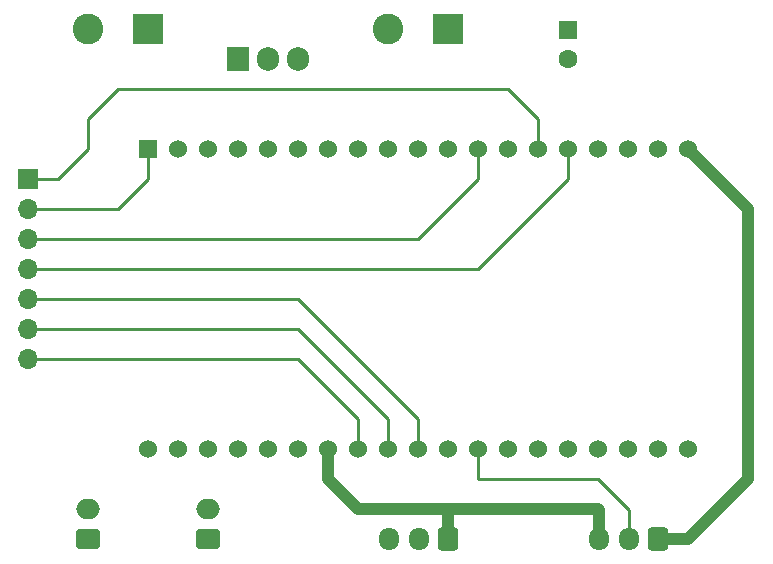
<source format=gbr>
%TF.GenerationSoftware,KiCad,Pcbnew,7.0.10*%
%TF.CreationDate,2024-04-14T18:32:16+10:00*%
%TF.ProjectId,IC Sprayer,49432053-7072-4617-9965-722e6b696361,rev?*%
%TF.SameCoordinates,Original*%
%TF.FileFunction,Copper,L2,Bot*%
%TF.FilePolarity,Positive*%
%FSLAX46Y46*%
G04 Gerber Fmt 4.6, Leading zero omitted, Abs format (unit mm)*
G04 Created by KiCad (PCBNEW 7.0.10) date 2024-04-14 18:32:16*
%MOMM*%
%LPD*%
G01*
G04 APERTURE LIST*
G04 Aperture macros list*
%AMRoundRect*
0 Rectangle with rounded corners*
0 $1 Rounding radius*
0 $2 $3 $4 $5 $6 $7 $8 $9 X,Y pos of 4 corners*
0 Add a 4 corners polygon primitive as box body*
4,1,4,$2,$3,$4,$5,$6,$7,$8,$9,$2,$3,0*
0 Add four circle primitives for the rounded corners*
1,1,$1+$1,$2,$3*
1,1,$1+$1,$4,$5*
1,1,$1+$1,$6,$7*
1,1,$1+$1,$8,$9*
0 Add four rect primitives between the rounded corners*
20,1,$1+$1,$2,$3,$4,$5,0*
20,1,$1+$1,$4,$5,$6,$7,0*
20,1,$1+$1,$6,$7,$8,$9,0*
20,1,$1+$1,$8,$9,$2,$3,0*%
G04 Aperture macros list end*
%TA.AperFunction,ComponentPad*%
%ADD10RoundRect,0.250000X0.750000X-0.600000X0.750000X0.600000X-0.750000X0.600000X-0.750000X-0.600000X0*%
%TD*%
%TA.AperFunction,ComponentPad*%
%ADD11O,2.000000X1.700000*%
%TD*%
%TA.AperFunction,ComponentPad*%
%ADD12RoundRect,0.250000X0.600000X0.725000X-0.600000X0.725000X-0.600000X-0.725000X0.600000X-0.725000X0*%
%TD*%
%TA.AperFunction,ComponentPad*%
%ADD13O,1.700000X1.950000*%
%TD*%
%TA.AperFunction,ComponentPad*%
%ADD14R,1.600000X1.600000*%
%TD*%
%TA.AperFunction,ComponentPad*%
%ADD15C,1.600000*%
%TD*%
%TA.AperFunction,ComponentPad*%
%ADD16R,2.600000X2.600000*%
%TD*%
%TA.AperFunction,ComponentPad*%
%ADD17C,2.600000*%
%TD*%
%TA.AperFunction,ComponentPad*%
%ADD18R,1.905000X2.000000*%
%TD*%
%TA.AperFunction,ComponentPad*%
%ADD19O,1.905000X2.000000*%
%TD*%
%TA.AperFunction,ComponentPad*%
%ADD20O,1.700000X1.700000*%
%TD*%
%TA.AperFunction,ComponentPad*%
%ADD21R,1.700000X1.700000*%
%TD*%
%TA.AperFunction,ComponentPad*%
%ADD22C,1.530000*%
%TD*%
%TA.AperFunction,ComponentPad*%
%ADD23R,1.530000X1.530000*%
%TD*%
%TA.AperFunction,Conductor*%
%ADD24C,0.250000*%
%TD*%
%TA.AperFunction,Conductor*%
%ADD25C,1.000000*%
%TD*%
%TA.AperFunction,Conductor*%
%ADD26C,0.000000*%
%TD*%
G04 APERTURE END LIST*
D10*
%TO.P,Temp_IN,1*%
%TO.N,N/C*%
X134620000Y-121880000D03*
D11*
%TO.P,Temp_IN,2*%
X134620000Y-119380000D03*
%TD*%
D12*
%TO.P,Pot_IN,1*%
%TO.N,N/C*%
X165100000Y-121920000D03*
D13*
%TO.P,Pot_IN,2*%
X162600000Y-121920000D03*
%TO.P,Pot_IN,3*%
X160100000Y-121920000D03*
%TD*%
D14*
%TO.P,REF\u002A\u002A,1*%
%TO.N,N/C*%
X175260000Y-78780000D03*
D15*
%TO.P,REF\u002A\u002A,2*%
X175260000Y-81280000D03*
%TD*%
D12*
%TO.P,RGB_OUT,1*%
%TO.N,N/C*%
X182880000Y-121920000D03*
D13*
%TO.P,RGB_OUT,2*%
X180380000Y-121920000D03*
%TO.P,RGB_OUT,3*%
X177880000Y-121920000D03*
%TD*%
D16*
%TO.P,Power_IN,+*%
%TO.N,N/C*%
X165100000Y-78740000D03*
D17*
%TO.P,Power_IN,-*%
X160020000Y-78740000D03*
%TD*%
D18*
%TO.P,Pump_Fet,1*%
%TO.N,N/C*%
X147320000Y-81280000D03*
D19*
%TO.P,Pump_Fet,2*%
X149860000Y-81280000D03*
%TO.P,Pump_Fet,3*%
X152400000Y-81280000D03*
%TD*%
D16*
%TO.P,Pump_Out,+*%
%TO.N,N/C*%
X139700000Y-78740000D03*
D17*
%TO.P,Pump_Out,-*%
X134620000Y-78740000D03*
%TD*%
D10*
%TO.P,Switch_IN,1*%
%TO.N,N/C*%
X144780000Y-121880000D03*
D11*
%TO.P,Switch_IN,2*%
X144780000Y-119380000D03*
%TD*%
D20*
%TO.P,Screen,3V3*%
%TO.N,N/C*%
X129540000Y-93980000D03*
%TO.P,Screen,CS*%
X129540000Y-106680000D03*
%TO.P,Screen,DC*%
X129540000Y-104140000D03*
D21*
%TO.P,Screen,GND*%
X129540000Y-91440000D03*
D20*
%TO.P,Screen,RES*%
X129540000Y-101600000D03*
%TO.P,Screen,SCLK*%
X129540000Y-96520000D03*
%TO.P,Screen,SDA*%
X129540000Y-99060000D03*
%TD*%
D22*
%TO.P,ESP32,0*%
%TO.N,N/C*%
X172720000Y-114300000D03*
%TO.P,ESP32,1*%
X147320000Y-114300000D03*
%TO.P,ESP32,2*%
X175260000Y-114300000D03*
%TO.P,ESP32,3*%
X149860000Y-114300000D03*
D23*
%TO.P,ESP32,3V3*%
X139700000Y-88900000D03*
D22*
%TO.P,ESP32,4*%
X170180000Y-114300000D03*
%TO.P,ESP32,5*%
X162560000Y-114300000D03*
%TO.P,ESP32,5V*%
X185420000Y-88900000D03*
%TO.P,ESP32,6*%
X185420000Y-114300000D03*
%TO.P,ESP32,7*%
X182880000Y-114300000D03*
%TO.P,ESP32,8*%
X180340000Y-114300000D03*
%TO.P,ESP32,9*%
X177800000Y-88900000D03*
%TO.P,ESP32,10*%
X180340000Y-88900000D03*
%TO.P,ESP32,11*%
X182880000Y-88900000D03*
%TO.P,ESP32,12*%
X170180000Y-88900000D03*
%TO.P,ESP32,13*%
X175260000Y-88900000D03*
%TO.P,ESP32,14*%
X167640000Y-88900000D03*
%TO.P,ESP32,15*%
X177800000Y-114300000D03*
%TO.P,ESP32,16*%
X167640000Y-114300000D03*
%TO.P,ESP32,17*%
X165100000Y-114300000D03*
%TO.P,ESP32,18*%
X160020000Y-114300000D03*
%TO.P,ESP32,19*%
X157480000Y-114300000D03*
%TO.P,ESP32,21*%
X152400000Y-114300000D03*
%TO.P,ESP32,22*%
X144780000Y-114300000D03*
%TO.P,ESP32,23*%
X142240000Y-114300000D03*
%TO.P,ESP32,25*%
X160020000Y-88900000D03*
%TO.P,ESP32,26*%
X162560000Y-88900000D03*
%TO.P,ESP32,27*%
X165100000Y-88900000D03*
%TO.P,ESP32,32*%
X154940000Y-88900000D03*
%TO.P,ESP32,33*%
X157480000Y-88900000D03*
%TO.P,ESP32,34*%
X149860000Y-88900000D03*
%TO.P,ESP32,35*%
X152400000Y-88900000D03*
%TO.P,ESP32,36*%
X144780000Y-88900000D03*
%TO.P,ESP32,39*%
X147320000Y-88900000D03*
%TO.P,ESP32,EN*%
X142240000Y-88900000D03*
%TO.P,ESP32,GND*%
X172720000Y-88900000D03*
X154940000Y-114300000D03*
X139700000Y-114300000D03*
%TD*%
D24*
%TO.N,*%
X167640000Y-116840000D02*
X167640000Y-114300000D01*
X139700000Y-91440000D02*
X139700000Y-88900000D01*
X180380000Y-121920000D02*
X180380000Y-119420000D01*
X129540000Y-99060000D02*
X167640000Y-99060000D01*
X157480000Y-111760000D02*
X157480000Y-114300000D01*
X162560000Y-96520000D02*
X167640000Y-91440000D01*
X152400000Y-101600000D02*
X162560000Y-111760000D01*
X162560000Y-111760000D02*
X162560000Y-114300000D01*
X134620000Y-88900000D02*
X134620000Y-86360000D01*
X160020000Y-111760000D02*
X160020000Y-114300000D01*
D25*
X185420000Y-121920000D02*
X182880000Y-121920000D01*
D24*
X162560000Y-96520000D02*
X129540000Y-96520000D01*
X129540000Y-93980000D02*
X137160000Y-93980000D01*
D25*
X177800000Y-119380000D02*
X165100000Y-119380000D01*
D24*
X129540000Y-91440000D02*
X132080000Y-91440000D01*
X167640000Y-91440000D02*
X167640000Y-88900000D01*
D25*
X190500000Y-93980000D02*
X190500000Y-116840000D01*
X154940000Y-116840000D02*
X154940000Y-114300000D01*
D26*
X177800000Y-119380000D02*
X177880000Y-119460000D01*
D24*
X137160000Y-93980000D02*
X139700000Y-91440000D01*
X170180000Y-83820000D02*
X172720000Y-86360000D01*
X175260000Y-91440000D02*
X175260000Y-88900000D01*
X152400000Y-106680000D02*
X157480000Y-111760000D01*
X177800000Y-116840000D02*
X167640000Y-116840000D01*
D25*
X165100000Y-119380000D02*
X157480000Y-119380000D01*
D24*
X129540000Y-101600000D02*
X152400000Y-101600000D01*
X172720000Y-86360000D02*
X172720000Y-88900000D01*
X167640000Y-99060000D02*
X175260000Y-91440000D01*
X132080000Y-91440000D02*
X134620000Y-88900000D01*
X129540000Y-104140000D02*
X152400000Y-104140000D01*
D25*
X177880000Y-121920000D02*
X177880000Y-119460000D01*
X157480000Y-119380000D02*
X154940000Y-116840000D01*
X185420000Y-88900000D02*
X190500000Y-93980000D01*
D24*
X129540000Y-106680000D02*
X152400000Y-106680000D01*
D25*
X165100000Y-121920000D02*
X165100000Y-119380000D01*
D24*
X152400000Y-104140000D02*
X160020000Y-111760000D01*
X137160000Y-83820000D02*
X170180000Y-83820000D01*
D25*
X190500000Y-116840000D02*
X185420000Y-121920000D01*
D24*
X180380000Y-119420000D02*
X177800000Y-116840000D01*
X134620000Y-86360000D02*
X137160000Y-83820000D01*
%TD*%
M02*

</source>
